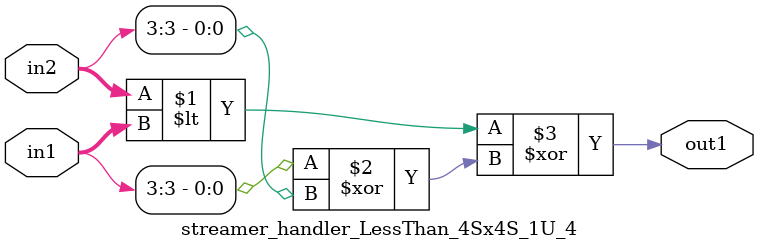
<source format=v>

`timescale 1ps / 1ps


module streamer_handler_LessThan_4Sx4S_1U_4( in2, in1, out1 );

    input [3:0] in2;
    input [3:0] in1;
    output out1;

    
    // rtl_process:streamer_handler_LessThan_4Sx4S_1U_4/streamer_handler_LessThan_4Sx4S_1U_4_thread_1
    assign out1 = (in2 < in1 ^ (in1[3] ^ in2[3]));

endmodule


</source>
